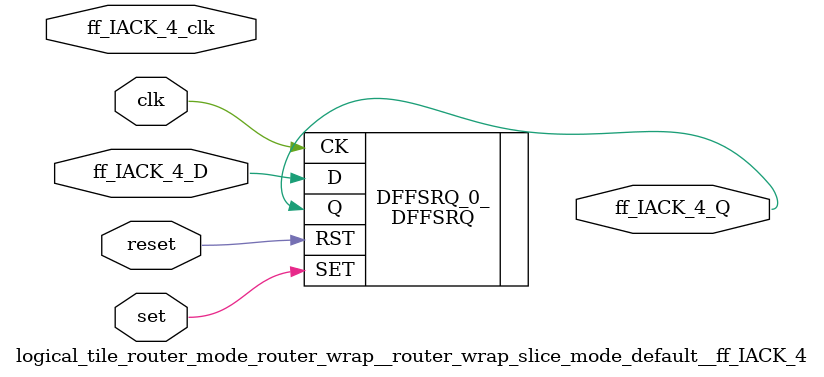
<source format=v>
`default_nettype none

module logical_tile_router_mode_router_wrap__router_wrap_slice_mode_default__ff_IACK_4(set,
                                                                                       reset,
                                                                                       clk,
                                                                                       ff_IACK_4_D,
                                                                                       ff_IACK_4_Q,
                                                                                       ff_IACK_4_clk);
//----- GLOBAL PORTS -----
input [0:0] set;
//----- GLOBAL PORTS -----
input [0:0] reset;
//----- GLOBAL PORTS -----
input [0:0] clk;
//----- INPUT PORTS -----
input [0:0] ff_IACK_4_D;
//----- OUTPUT PORTS -----
output [0:0] ff_IACK_4_Q;
//----- CLOCK PORTS -----
input [0:0] ff_IACK_4_clk;

//----- BEGIN wire-connection ports -----
wire [0:0] ff_IACK_4_D;
wire [0:0] ff_IACK_4_Q;
wire [0:0] ff_IACK_4_clk;
//----- END wire-connection ports -----


//----- BEGIN Registered ports -----
//----- END Registered ports -----



// ----- BEGIN Local short connections -----
// ----- END Local short connections -----
// ----- BEGIN Local output short connections -----
// ----- END Local output short connections -----

	DFFSRQ DFFSRQ_0_ (
		.SET(set),
		.RST(reset),
		.CK(clk),
		.D(ff_IACK_4_D),
		.Q(ff_IACK_4_Q));

endmodule
// ----- END Verilog module for logical_tile_router_mode_router_wrap__router_wrap_slice_mode_default__ff_IACK_4 -----

//----- Default net type -----
`default_nettype wire




</source>
